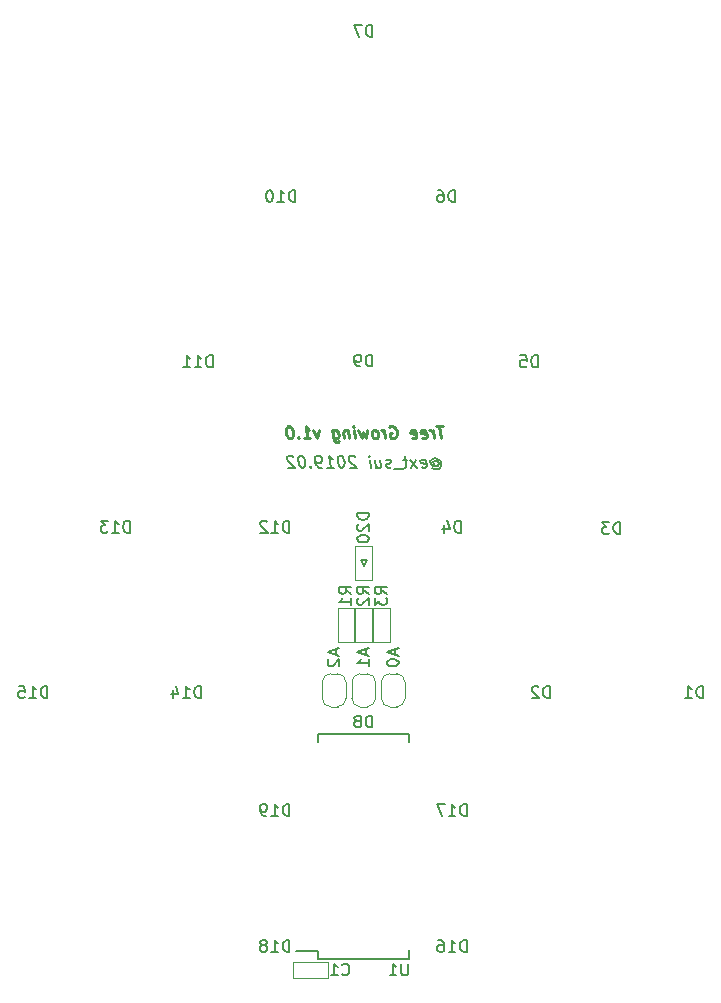
<source format=gbo>
G04 #@! TF.GenerationSoftware,KiCad,Pcbnew,(5.0.2)-1*
G04 #@! TF.CreationDate,2020-04-04T16:43:38+09:00*
G04 #@! TF.ProjectId,Tree,54726565-2e6b-4696-9361-645f70636258,rev?*
G04 #@! TF.SameCoordinates,Original*
G04 #@! TF.FileFunction,Legend,Bot*
G04 #@! TF.FilePolarity,Positive*
%FSLAX46Y46*%
G04 Gerber Fmt 4.6, Leading zero omitted, Abs format (unit mm)*
G04 Created by KiCad (PCBNEW (5.0.2)-1) date 2020/04/04 16:43:38*
%MOMM*%
%LPD*%
G01*
G04 APERTURE LIST*
%ADD10C,0.200000*%
%ADD11C,0.250000*%
%ADD12C,0.150000*%
%ADD13C,0.120000*%
G04 APERTURE END LIST*
D10*
X135901666Y-98976190D02*
X135943333Y-98928571D01*
X136032619Y-98880952D01*
X136127857Y-98880952D01*
X136229047Y-98928571D01*
X136282619Y-98976190D01*
X136342142Y-99071428D01*
X136354047Y-99166666D01*
X136318333Y-99261904D01*
X136276666Y-99309523D01*
X136187380Y-99357142D01*
X136092142Y-99357142D01*
X135990952Y-99309523D01*
X135937380Y-99261904D01*
X135889761Y-98880952D02*
X135937380Y-99261904D01*
X135895714Y-99309523D01*
X135848095Y-99309523D01*
X135746904Y-99261904D01*
X135687380Y-99166666D01*
X135657619Y-98928571D01*
X135735000Y-98785714D01*
X135865952Y-98690476D01*
X136050476Y-98642857D01*
X136246904Y-98690476D01*
X136401666Y-98785714D01*
X136514761Y-98928571D01*
X136586190Y-99119047D01*
X136562380Y-99309523D01*
X136485000Y-99452380D01*
X136354047Y-99547619D01*
X136169523Y-99595238D01*
X135973095Y-99547619D01*
X135818333Y-99452380D01*
X134907619Y-99404761D02*
X135008809Y-99452380D01*
X135199285Y-99452380D01*
X135288571Y-99404761D01*
X135324285Y-99309523D01*
X135276666Y-98928571D01*
X135217142Y-98833333D01*
X135115952Y-98785714D01*
X134925476Y-98785714D01*
X134836190Y-98833333D01*
X134800476Y-98928571D01*
X134812380Y-99023809D01*
X135300476Y-99119047D01*
X134532619Y-99452380D02*
X133925476Y-98785714D01*
X134449285Y-98785714D02*
X134008809Y-99452380D01*
X133687380Y-98785714D02*
X133306428Y-98785714D01*
X133502857Y-98452380D02*
X133610000Y-99309523D01*
X133574285Y-99404761D01*
X133485000Y-99452380D01*
X133389761Y-99452380D01*
X133306428Y-99547619D02*
X132544523Y-99547619D01*
X132336190Y-99404761D02*
X132246904Y-99452380D01*
X132056428Y-99452380D01*
X131955238Y-99404761D01*
X131895714Y-99309523D01*
X131889761Y-99261904D01*
X131925476Y-99166666D01*
X132014761Y-99119047D01*
X132157619Y-99119047D01*
X132246904Y-99071428D01*
X132282619Y-98976190D01*
X132276666Y-98928571D01*
X132217142Y-98833333D01*
X132115952Y-98785714D01*
X131973095Y-98785714D01*
X131883809Y-98833333D01*
X130973095Y-98785714D02*
X131056428Y-99452380D01*
X131401666Y-98785714D02*
X131467142Y-99309523D01*
X131431428Y-99404761D01*
X131342142Y-99452380D01*
X131199285Y-99452380D01*
X131098095Y-99404761D01*
X131044523Y-99357142D01*
X130580238Y-99452380D02*
X130496904Y-98785714D01*
X130455238Y-98452380D02*
X130508809Y-98500000D01*
X130467142Y-98547619D01*
X130413571Y-98500000D01*
X130455238Y-98452380D01*
X130467142Y-98547619D01*
X129276666Y-98547619D02*
X129223095Y-98500000D01*
X129121904Y-98452380D01*
X128883809Y-98452380D01*
X128794523Y-98500000D01*
X128752857Y-98547619D01*
X128717142Y-98642857D01*
X128729047Y-98738095D01*
X128794523Y-98880952D01*
X129437380Y-99452380D01*
X128818333Y-99452380D01*
X128074285Y-98452380D02*
X127979047Y-98452380D01*
X127889761Y-98500000D01*
X127848095Y-98547619D01*
X127812380Y-98642857D01*
X127788571Y-98833333D01*
X127818333Y-99071428D01*
X127889761Y-99261904D01*
X127949285Y-99357142D01*
X128002857Y-99404761D01*
X128104047Y-99452380D01*
X128199285Y-99452380D01*
X128288571Y-99404761D01*
X128330238Y-99357142D01*
X128365952Y-99261904D01*
X128389761Y-99071428D01*
X128360000Y-98833333D01*
X128288571Y-98642857D01*
X128229047Y-98547619D01*
X128175476Y-98500000D01*
X128074285Y-98452380D01*
X126913571Y-99452380D02*
X127485000Y-99452380D01*
X127199285Y-99452380D02*
X127074285Y-98452380D01*
X127187380Y-98595238D01*
X127294523Y-98690476D01*
X127395714Y-98738095D01*
X126437380Y-99452380D02*
X126246904Y-99452380D01*
X126145714Y-99404761D01*
X126092142Y-99357142D01*
X125979047Y-99214285D01*
X125907619Y-99023809D01*
X125860000Y-98642857D01*
X125895714Y-98547619D01*
X125937380Y-98500000D01*
X126026666Y-98452380D01*
X126217142Y-98452380D01*
X126318333Y-98500000D01*
X126371904Y-98547619D01*
X126431428Y-98642857D01*
X126461190Y-98880952D01*
X126425476Y-98976190D01*
X126383809Y-99023809D01*
X126294523Y-99071428D01*
X126104047Y-99071428D01*
X126002857Y-99023809D01*
X125949285Y-98976190D01*
X125889761Y-98880952D01*
X125520714Y-99357142D02*
X125479047Y-99404761D01*
X125532619Y-99452380D01*
X125574285Y-99404761D01*
X125520714Y-99357142D01*
X125532619Y-99452380D01*
X124740952Y-98452380D02*
X124645714Y-98452380D01*
X124556428Y-98500000D01*
X124514761Y-98547619D01*
X124479047Y-98642857D01*
X124455238Y-98833333D01*
X124485000Y-99071428D01*
X124556428Y-99261904D01*
X124615952Y-99357142D01*
X124669523Y-99404761D01*
X124770714Y-99452380D01*
X124865952Y-99452380D01*
X124955238Y-99404761D01*
X124996904Y-99357142D01*
X125032619Y-99261904D01*
X125056428Y-99071428D01*
X125026666Y-98833333D01*
X124955238Y-98642857D01*
X124895714Y-98547619D01*
X124842142Y-98500000D01*
X124740952Y-98452380D01*
X124038571Y-98547619D02*
X123985000Y-98500000D01*
X123883809Y-98452380D01*
X123645714Y-98452380D01*
X123556428Y-98500000D01*
X123514761Y-98547619D01*
X123479047Y-98642857D01*
X123490952Y-98738095D01*
X123556428Y-98880952D01*
X124199285Y-99452380D01*
X123580238Y-99452380D01*
D11*
X136697395Y-95952380D02*
X136125967Y-95952380D01*
X136536681Y-96952380D02*
X136411681Y-95952380D01*
X135917633Y-96952380D02*
X135834300Y-96285714D01*
X135858110Y-96476190D02*
X135798586Y-96380952D01*
X135745014Y-96333333D01*
X135643824Y-96285714D01*
X135548586Y-96285714D01*
X134911681Y-96904761D02*
X135012872Y-96952380D01*
X135203348Y-96952380D01*
X135292633Y-96904761D01*
X135328348Y-96809523D01*
X135280729Y-96428571D01*
X135221205Y-96333333D01*
X135120014Y-96285714D01*
X134929538Y-96285714D01*
X134840252Y-96333333D01*
X134804538Y-96428571D01*
X134816443Y-96523809D01*
X135304538Y-96619047D01*
X134054538Y-96904761D02*
X134155729Y-96952380D01*
X134346205Y-96952380D01*
X134435491Y-96904761D01*
X134471205Y-96809523D01*
X134423586Y-96428571D01*
X134364062Y-96333333D01*
X134262872Y-96285714D01*
X134072395Y-96285714D01*
X133983110Y-96333333D01*
X133947395Y-96428571D01*
X133959300Y-96523809D01*
X134447395Y-96619047D01*
X132179538Y-96000000D02*
X132268824Y-95952380D01*
X132411681Y-95952380D01*
X132560491Y-96000000D01*
X132667633Y-96095238D01*
X132727157Y-96190476D01*
X132798586Y-96380952D01*
X132816443Y-96523809D01*
X132792633Y-96714285D01*
X132756919Y-96809523D01*
X132673586Y-96904761D01*
X132536681Y-96952380D01*
X132441443Y-96952380D01*
X132292633Y-96904761D01*
X132239062Y-96857142D01*
X132197395Y-96523809D01*
X132387872Y-96523809D01*
X131822395Y-96952380D02*
X131739062Y-96285714D01*
X131762872Y-96476190D02*
X131703348Y-96380952D01*
X131649776Y-96333333D01*
X131548586Y-96285714D01*
X131453348Y-96285714D01*
X131060491Y-96952380D02*
X131149776Y-96904761D01*
X131191443Y-96857142D01*
X131227157Y-96761904D01*
X131191443Y-96476190D01*
X131131919Y-96380952D01*
X131078348Y-96333333D01*
X130977157Y-96285714D01*
X130834300Y-96285714D01*
X130745014Y-96333333D01*
X130703348Y-96380952D01*
X130667633Y-96476190D01*
X130703348Y-96761904D01*
X130762872Y-96857142D01*
X130816443Y-96904761D01*
X130917633Y-96952380D01*
X131060491Y-96952380D01*
X130310491Y-96285714D02*
X130203348Y-96952380D01*
X129953348Y-96476190D01*
X129822395Y-96952380D01*
X129548586Y-96285714D01*
X129250967Y-96952380D02*
X129167633Y-96285714D01*
X129125967Y-95952380D02*
X129179538Y-96000000D01*
X129137872Y-96047619D01*
X129084300Y-96000000D01*
X129125967Y-95952380D01*
X129137872Y-96047619D01*
X128691443Y-96285714D02*
X128774776Y-96952380D01*
X128703348Y-96380952D02*
X128649776Y-96333333D01*
X128548586Y-96285714D01*
X128405729Y-96285714D01*
X128316443Y-96333333D01*
X128280729Y-96428571D01*
X128346205Y-96952380D01*
X127358110Y-96285714D02*
X127459300Y-97095238D01*
X127518824Y-97190476D01*
X127572395Y-97238095D01*
X127673586Y-97285714D01*
X127816443Y-97285714D01*
X127905729Y-97238095D01*
X127435491Y-96904761D02*
X127536681Y-96952380D01*
X127727157Y-96952380D01*
X127816443Y-96904761D01*
X127858110Y-96857142D01*
X127893824Y-96761904D01*
X127858110Y-96476190D01*
X127798586Y-96380952D01*
X127745014Y-96333333D01*
X127643824Y-96285714D01*
X127453348Y-96285714D01*
X127364062Y-96333333D01*
X126215252Y-96285714D02*
X126060491Y-96952380D01*
X125739062Y-96285714D01*
X124917633Y-96952380D02*
X125489062Y-96952380D01*
X125203348Y-96952380D02*
X125078348Y-95952380D01*
X125191443Y-96095238D01*
X125298586Y-96190476D01*
X125399776Y-96238095D01*
X124477157Y-96857142D02*
X124435491Y-96904761D01*
X124489062Y-96952380D01*
X124530729Y-96904761D01*
X124477157Y-96857142D01*
X124489062Y-96952380D01*
X123697395Y-95952380D02*
X123602157Y-95952380D01*
X123512872Y-96000000D01*
X123471205Y-96047619D01*
X123435491Y-96142857D01*
X123411681Y-96333333D01*
X123441443Y-96571428D01*
X123512872Y-96761904D01*
X123572395Y-96857142D01*
X123625967Y-96904761D01*
X123727157Y-96952380D01*
X123822395Y-96952380D01*
X123911681Y-96904761D01*
X123953348Y-96857142D01*
X123989062Y-96761904D01*
X124012872Y-96571428D01*
X123983110Y-96333333D01*
X123911681Y-96142857D01*
X123852157Y-96047619D01*
X123798586Y-96000000D01*
X123697395Y-95952380D01*
D12*
G04 #@! TO.C,U1*
X126125000Y-141025000D02*
X126125000Y-140375000D01*
X133875000Y-141025000D02*
X133875000Y-140280000D01*
X133875000Y-121975000D02*
X133875000Y-122720000D01*
X126125000Y-121975000D02*
X126125000Y-122720000D01*
X126125000Y-141025000D02*
X133875000Y-141025000D01*
X126125000Y-121975000D02*
X133875000Y-121975000D01*
X126125000Y-140375000D02*
X124300000Y-140375000D01*
D13*
G04 #@! TO.C,JP3*
X131500000Y-119000000D02*
G75*
G03X132200000Y-119700000I700000J0D01*
G01*
X132800000Y-119700000D02*
G75*
G03X133500000Y-119000000I0J700000D01*
G01*
X133500000Y-117600000D02*
G75*
G03X132800000Y-116900000I-700000J0D01*
G01*
X132200000Y-116900000D02*
G75*
G03X131500000Y-117600000I0J-700000D01*
G01*
X132800000Y-116900000D02*
X132200000Y-116900000D01*
X133500000Y-119000000D02*
X133500000Y-117600000D01*
X132200000Y-119700000D02*
X132800000Y-119700000D01*
X131500000Y-117600000D02*
X131500000Y-119000000D01*
G04 #@! TO.C,C1*
X126950000Y-141300000D02*
X126950000Y-142700000D01*
X124050000Y-141300000D02*
X124050000Y-142700000D01*
X124050000Y-142700000D02*
X126950000Y-142700000D01*
X126950000Y-141300000D02*
X124050000Y-141300000D01*
G04 #@! TO.C,JP1*
X126500000Y-119000000D02*
G75*
G03X127200000Y-119700000I700000J0D01*
G01*
X127800000Y-119700000D02*
G75*
G03X128500000Y-119000000I0J700000D01*
G01*
X128500000Y-117600000D02*
G75*
G03X127800000Y-116900000I-700000J0D01*
G01*
X127200000Y-116900000D02*
G75*
G03X126500000Y-117600000I0J-700000D01*
G01*
X127800000Y-116900000D02*
X127200000Y-116900000D01*
X128500000Y-119000000D02*
X128500000Y-117600000D01*
X127200000Y-119700000D02*
X127800000Y-119700000D01*
X126500000Y-117600000D02*
X126500000Y-119000000D01*
G04 #@! TO.C,JP2*
X129000000Y-117600000D02*
X129000000Y-119000000D01*
X129700000Y-119700000D02*
X130300000Y-119700000D01*
X131000000Y-119000000D02*
X131000000Y-117600000D01*
X130300000Y-116900000D02*
X129700000Y-116900000D01*
X129700000Y-116900000D02*
G75*
G03X129000000Y-117600000I0J-700000D01*
G01*
X131000000Y-117600000D02*
G75*
G03X130300000Y-116900000I-700000J0D01*
G01*
X130300000Y-119700000D02*
G75*
G03X131000000Y-119000000I0J700000D01*
G01*
X129000000Y-119000000D02*
G75*
G03X129700000Y-119700000I700000J0D01*
G01*
G04 #@! TO.C,R1*
X129200000Y-114250000D02*
X127800000Y-114250000D01*
X129200000Y-111350000D02*
X127800000Y-111350000D01*
X127800000Y-111350000D02*
X127800000Y-114250000D01*
X129200000Y-114250000D02*
X129200000Y-111350000D01*
G04 #@! TO.C,R2*
X130700000Y-114250000D02*
X130700000Y-111350000D01*
X129300000Y-111350000D02*
X129300000Y-114250000D01*
X130700000Y-111350000D02*
X129300000Y-111350000D01*
X130700000Y-114250000D02*
X129300000Y-114250000D01*
G04 #@! TO.C,R3*
X132200000Y-114250000D02*
X130800000Y-114250000D01*
X132200000Y-111350000D02*
X130800000Y-111350000D01*
X130800000Y-111350000D02*
X130800000Y-114250000D01*
X132200000Y-114250000D02*
X132200000Y-111350000D01*
D12*
G04 #@! TO.C,D20*
X130000000Y-107750000D02*
X129750000Y-107250000D01*
X130000000Y-107750000D02*
X130250000Y-107250000D01*
X130250000Y-107250000D02*
X129750000Y-107250000D01*
D13*
X130700000Y-108950000D02*
X130700000Y-106050000D01*
X129300000Y-106050000D02*
X129300000Y-108950000D01*
X130700000Y-106050000D02*
X129300000Y-106050000D01*
X130700000Y-108950000D02*
X129300000Y-108950000D01*
G04 #@! TO.C,U1*
D12*
X133761904Y-141452380D02*
X133761904Y-142261904D01*
X133714285Y-142357142D01*
X133666666Y-142404761D01*
X133571428Y-142452380D01*
X133380952Y-142452380D01*
X133285714Y-142404761D01*
X133238095Y-142357142D01*
X133190476Y-142261904D01*
X133190476Y-141452380D01*
X132190476Y-142452380D02*
X132761904Y-142452380D01*
X132476190Y-142452380D02*
X132476190Y-141452380D01*
X132571428Y-141595238D01*
X132666666Y-141690476D01*
X132761904Y-141738095D01*
G04 #@! TO.C,JP3*
X132666666Y-114835714D02*
X132666666Y-115311904D01*
X132952380Y-114740476D02*
X131952380Y-115073809D01*
X132952380Y-115407142D01*
X131952380Y-115930952D02*
X131952380Y-116026190D01*
X132000000Y-116121428D01*
X132047619Y-116169047D01*
X132142857Y-116216666D01*
X132333333Y-116264285D01*
X132571428Y-116264285D01*
X132761904Y-116216666D01*
X132857142Y-116169047D01*
X132904761Y-116121428D01*
X132952380Y-116026190D01*
X132952380Y-115930952D01*
X132904761Y-115835714D01*
X132857142Y-115788095D01*
X132761904Y-115740476D01*
X132571428Y-115692857D01*
X132333333Y-115692857D01*
X132142857Y-115740476D01*
X132047619Y-115788095D01*
X132000000Y-115835714D01*
X131952380Y-115930952D01*
G04 #@! TO.C,D2*
X145738095Y-118952380D02*
X145738095Y-117952380D01*
X145500000Y-117952380D01*
X145357142Y-118000000D01*
X145261904Y-118095238D01*
X145214285Y-118190476D01*
X145166666Y-118380952D01*
X145166666Y-118523809D01*
X145214285Y-118714285D01*
X145261904Y-118809523D01*
X145357142Y-118904761D01*
X145500000Y-118952380D01*
X145738095Y-118952380D01*
X144785714Y-118047619D02*
X144738095Y-118000000D01*
X144642857Y-117952380D01*
X144404761Y-117952380D01*
X144309523Y-118000000D01*
X144261904Y-118047619D01*
X144214285Y-118142857D01*
X144214285Y-118238095D01*
X144261904Y-118380952D01*
X144833333Y-118952380D01*
X144214285Y-118952380D01*
G04 #@! TO.C,C1*
X128166666Y-142357142D02*
X128214285Y-142404761D01*
X128357142Y-142452380D01*
X128452380Y-142452380D01*
X128595238Y-142404761D01*
X128690476Y-142309523D01*
X128738095Y-142214285D01*
X128785714Y-142023809D01*
X128785714Y-141880952D01*
X128738095Y-141690476D01*
X128690476Y-141595238D01*
X128595238Y-141500000D01*
X128452380Y-141452380D01*
X128357142Y-141452380D01*
X128214285Y-141500000D01*
X128166666Y-141547619D01*
X127214285Y-142452380D02*
X127785714Y-142452380D01*
X127500000Y-142452380D02*
X127500000Y-141452380D01*
X127595238Y-141595238D01*
X127690476Y-141690476D01*
X127785714Y-141738095D01*
G04 #@! TO.C,JP1*
X127666666Y-114835714D02*
X127666666Y-115311904D01*
X127952380Y-114740476D02*
X126952380Y-115073809D01*
X127952380Y-115407142D01*
X127047619Y-115692857D02*
X127000000Y-115740476D01*
X126952380Y-115835714D01*
X126952380Y-116073809D01*
X127000000Y-116169047D01*
X127047619Y-116216666D01*
X127142857Y-116264285D01*
X127238095Y-116264285D01*
X127380952Y-116216666D01*
X127952380Y-115645238D01*
X127952380Y-116264285D01*
G04 #@! TO.C,JP2*
X130166666Y-114835714D02*
X130166666Y-115311904D01*
X130452380Y-114740476D02*
X129452380Y-115073809D01*
X130452380Y-115407142D01*
X130452380Y-116264285D02*
X130452380Y-115692857D01*
X130452380Y-115978571D02*
X129452380Y-115978571D01*
X129595238Y-115883333D01*
X129690476Y-115788095D01*
X129738095Y-115692857D01*
G04 #@! TO.C,R1*
X128952380Y-110133333D02*
X128476190Y-109800000D01*
X128952380Y-109561904D02*
X127952380Y-109561904D01*
X127952380Y-109942857D01*
X128000000Y-110038095D01*
X128047619Y-110085714D01*
X128142857Y-110133333D01*
X128285714Y-110133333D01*
X128380952Y-110085714D01*
X128428571Y-110038095D01*
X128476190Y-109942857D01*
X128476190Y-109561904D01*
X128952380Y-111085714D02*
X128952380Y-110514285D01*
X128952380Y-110800000D02*
X127952380Y-110800000D01*
X128095238Y-110704761D01*
X128190476Y-110609523D01*
X128238095Y-110514285D01*
G04 #@! TO.C,R2*
X130452380Y-110133333D02*
X129976190Y-109800000D01*
X130452380Y-109561904D02*
X129452380Y-109561904D01*
X129452380Y-109942857D01*
X129500000Y-110038095D01*
X129547619Y-110085714D01*
X129642857Y-110133333D01*
X129785714Y-110133333D01*
X129880952Y-110085714D01*
X129928571Y-110038095D01*
X129976190Y-109942857D01*
X129976190Y-109561904D01*
X129547619Y-110514285D02*
X129500000Y-110561904D01*
X129452380Y-110657142D01*
X129452380Y-110895238D01*
X129500000Y-110990476D01*
X129547619Y-111038095D01*
X129642857Y-111085714D01*
X129738095Y-111085714D01*
X129880952Y-111038095D01*
X130452380Y-110466666D01*
X130452380Y-111085714D01*
G04 #@! TO.C,R3*
X131952380Y-110133333D02*
X131476190Y-109800000D01*
X131952380Y-109561904D02*
X130952380Y-109561904D01*
X130952380Y-109942857D01*
X131000000Y-110038095D01*
X131047619Y-110085714D01*
X131142857Y-110133333D01*
X131285714Y-110133333D01*
X131380952Y-110085714D01*
X131428571Y-110038095D01*
X131476190Y-109942857D01*
X131476190Y-109561904D01*
X130952380Y-110466666D02*
X130952380Y-111085714D01*
X131333333Y-110752380D01*
X131333333Y-110895238D01*
X131380952Y-110990476D01*
X131428571Y-111038095D01*
X131523809Y-111085714D01*
X131761904Y-111085714D01*
X131857142Y-111038095D01*
X131904761Y-110990476D01*
X131952380Y-110895238D01*
X131952380Y-110609523D01*
X131904761Y-110514285D01*
X131857142Y-110466666D01*
G04 #@! TO.C,D1*
X158738095Y-118952380D02*
X158738095Y-117952380D01*
X158500000Y-117952380D01*
X158357142Y-118000000D01*
X158261904Y-118095238D01*
X158214285Y-118190476D01*
X158166666Y-118380952D01*
X158166666Y-118523809D01*
X158214285Y-118714285D01*
X158261904Y-118809523D01*
X158357142Y-118904761D01*
X158500000Y-118952380D01*
X158738095Y-118952380D01*
X157214285Y-118952380D02*
X157785714Y-118952380D01*
X157500000Y-118952380D02*
X157500000Y-117952380D01*
X157595238Y-118095238D01*
X157690476Y-118190476D01*
X157785714Y-118238095D01*
G04 #@! TO.C,D3*
X151713831Y-105069537D02*
X151713831Y-104069537D01*
X151475736Y-104069537D01*
X151332878Y-104117157D01*
X151237640Y-104212395D01*
X151190021Y-104307633D01*
X151142402Y-104498109D01*
X151142402Y-104640966D01*
X151190021Y-104831442D01*
X151237640Y-104926680D01*
X151332878Y-105021918D01*
X151475736Y-105069537D01*
X151713831Y-105069537D01*
X150809069Y-104069537D02*
X150190021Y-104069537D01*
X150523355Y-104450490D01*
X150380497Y-104450490D01*
X150285259Y-104498109D01*
X150237640Y-104545728D01*
X150190021Y-104640966D01*
X150190021Y-104879061D01*
X150237640Y-104974299D01*
X150285259Y-105021918D01*
X150380497Y-105069537D01*
X150666212Y-105069537D01*
X150761450Y-105021918D01*
X150809069Y-104974299D01*
G04 #@! TO.C,D4*
X138238095Y-104952380D02*
X138238095Y-103952380D01*
X138000000Y-103952380D01*
X137857142Y-104000000D01*
X137761904Y-104095238D01*
X137714285Y-104190476D01*
X137666666Y-104380952D01*
X137666666Y-104523809D01*
X137714285Y-104714285D01*
X137761904Y-104809523D01*
X137857142Y-104904761D01*
X138000000Y-104952380D01*
X138238095Y-104952380D01*
X136809523Y-104285714D02*
X136809523Y-104952380D01*
X137047619Y-103904761D02*
X137285714Y-104619047D01*
X136666666Y-104619047D01*
G04 #@! TO.C,D5*
X144738095Y-90952380D02*
X144738095Y-89952380D01*
X144500000Y-89952380D01*
X144357142Y-90000000D01*
X144261904Y-90095238D01*
X144214285Y-90190476D01*
X144166666Y-90380952D01*
X144166666Y-90523809D01*
X144214285Y-90714285D01*
X144261904Y-90809523D01*
X144357142Y-90904761D01*
X144500000Y-90952380D01*
X144738095Y-90952380D01*
X143261904Y-89952380D02*
X143738095Y-89952380D01*
X143785714Y-90428571D01*
X143738095Y-90380952D01*
X143642857Y-90333333D01*
X143404761Y-90333333D01*
X143309523Y-90380952D01*
X143261904Y-90428571D01*
X143214285Y-90523809D01*
X143214285Y-90761904D01*
X143261904Y-90857142D01*
X143309523Y-90904761D01*
X143404761Y-90952380D01*
X143642857Y-90952380D01*
X143738095Y-90904761D01*
X143785714Y-90857142D01*
G04 #@! TO.C,D8*
X130738095Y-121452380D02*
X130738095Y-120452380D01*
X130500000Y-120452380D01*
X130357142Y-120500000D01*
X130261904Y-120595238D01*
X130214285Y-120690476D01*
X130166666Y-120880952D01*
X130166666Y-121023809D01*
X130214285Y-121214285D01*
X130261904Y-121309523D01*
X130357142Y-121404761D01*
X130500000Y-121452380D01*
X130738095Y-121452380D01*
X129595238Y-120880952D02*
X129690476Y-120833333D01*
X129738095Y-120785714D01*
X129785714Y-120690476D01*
X129785714Y-120642857D01*
X129738095Y-120547619D01*
X129690476Y-120500000D01*
X129595238Y-120452380D01*
X129404761Y-120452380D01*
X129309523Y-120500000D01*
X129261904Y-120547619D01*
X129214285Y-120642857D01*
X129214285Y-120690476D01*
X129261904Y-120785714D01*
X129309523Y-120833333D01*
X129404761Y-120880952D01*
X129595238Y-120880952D01*
X129690476Y-120928571D01*
X129738095Y-120976190D01*
X129785714Y-121071428D01*
X129785714Y-121261904D01*
X129738095Y-121357142D01*
X129690476Y-121404761D01*
X129595238Y-121452380D01*
X129404761Y-121452380D01*
X129309523Y-121404761D01*
X129261904Y-121357142D01*
X129214285Y-121261904D01*
X129214285Y-121071428D01*
X129261904Y-120976190D01*
X129309523Y-120928571D01*
X129404761Y-120880952D01*
G04 #@! TO.C,D9*
X130738095Y-90881669D02*
X130738095Y-89881669D01*
X130500000Y-89881669D01*
X130357142Y-89929289D01*
X130261904Y-90024527D01*
X130214285Y-90119765D01*
X130166666Y-90310241D01*
X130166666Y-90453098D01*
X130214285Y-90643574D01*
X130261904Y-90738812D01*
X130357142Y-90834050D01*
X130500000Y-90881669D01*
X130738095Y-90881669D01*
X129690476Y-90881669D02*
X129500000Y-90881669D01*
X129404761Y-90834050D01*
X129357142Y-90786431D01*
X129261904Y-90643574D01*
X129214285Y-90453098D01*
X129214285Y-90072146D01*
X129261904Y-89976908D01*
X129309523Y-89929289D01*
X129404761Y-89881669D01*
X129595238Y-89881669D01*
X129690476Y-89929289D01*
X129738095Y-89976908D01*
X129785714Y-90072146D01*
X129785714Y-90310241D01*
X129738095Y-90405479D01*
X129690476Y-90453098D01*
X129595238Y-90500717D01*
X129404761Y-90500717D01*
X129309523Y-90453098D01*
X129261904Y-90405479D01*
X129214285Y-90310241D01*
G04 #@! TO.C,D11*
X117214285Y-90952380D02*
X117214285Y-89952380D01*
X116976190Y-89952380D01*
X116833333Y-90000000D01*
X116738095Y-90095238D01*
X116690476Y-90190476D01*
X116642857Y-90380952D01*
X116642857Y-90523809D01*
X116690476Y-90714285D01*
X116738095Y-90809523D01*
X116833333Y-90904761D01*
X116976190Y-90952380D01*
X117214285Y-90952380D01*
X115690476Y-90952380D02*
X116261904Y-90952380D01*
X115976190Y-90952380D02*
X115976190Y-89952380D01*
X116071428Y-90095238D01*
X116166666Y-90190476D01*
X116261904Y-90238095D01*
X114738095Y-90952380D02*
X115309523Y-90952380D01*
X115023809Y-90952380D02*
X115023809Y-89952380D01*
X115119047Y-90095238D01*
X115214285Y-90190476D01*
X115309523Y-90238095D01*
G04 #@! TO.C,D6*
X137738095Y-76952380D02*
X137738095Y-75952380D01*
X137500000Y-75952380D01*
X137357142Y-76000000D01*
X137261904Y-76095238D01*
X137214285Y-76190476D01*
X137166666Y-76380952D01*
X137166666Y-76523809D01*
X137214285Y-76714285D01*
X137261904Y-76809523D01*
X137357142Y-76904761D01*
X137500000Y-76952380D01*
X137738095Y-76952380D01*
X136309523Y-75952380D02*
X136500000Y-75952380D01*
X136595238Y-76000000D01*
X136642857Y-76047619D01*
X136738095Y-76190476D01*
X136785714Y-76380952D01*
X136785714Y-76761904D01*
X136738095Y-76857142D01*
X136690476Y-76904761D01*
X136595238Y-76952380D01*
X136404761Y-76952380D01*
X136309523Y-76904761D01*
X136261904Y-76857142D01*
X136214285Y-76761904D01*
X136214285Y-76523809D01*
X136261904Y-76428571D01*
X136309523Y-76380952D01*
X136404761Y-76333333D01*
X136595238Y-76333333D01*
X136690476Y-76380952D01*
X136738095Y-76428571D01*
X136785714Y-76523809D01*
G04 #@! TO.C,D13*
X110214285Y-104952380D02*
X110214285Y-103952380D01*
X109976190Y-103952380D01*
X109833333Y-104000000D01*
X109738095Y-104095238D01*
X109690476Y-104190476D01*
X109642857Y-104380952D01*
X109642857Y-104523809D01*
X109690476Y-104714285D01*
X109738095Y-104809523D01*
X109833333Y-104904761D01*
X109976190Y-104952380D01*
X110214285Y-104952380D01*
X108690476Y-104952380D02*
X109261904Y-104952380D01*
X108976190Y-104952380D02*
X108976190Y-103952380D01*
X109071428Y-104095238D01*
X109166666Y-104190476D01*
X109261904Y-104238095D01*
X108357142Y-103952380D02*
X107738095Y-103952380D01*
X108071428Y-104333333D01*
X107928571Y-104333333D01*
X107833333Y-104380952D01*
X107785714Y-104428571D01*
X107738095Y-104523809D01*
X107738095Y-104761904D01*
X107785714Y-104857142D01*
X107833333Y-104904761D01*
X107928571Y-104952380D01*
X108214285Y-104952380D01*
X108309523Y-104904761D01*
X108357142Y-104857142D01*
G04 #@! TO.C,D14*
X116214285Y-118952380D02*
X116214285Y-117952380D01*
X115976190Y-117952380D01*
X115833333Y-118000000D01*
X115738095Y-118095238D01*
X115690476Y-118190476D01*
X115642857Y-118380952D01*
X115642857Y-118523809D01*
X115690476Y-118714285D01*
X115738095Y-118809523D01*
X115833333Y-118904761D01*
X115976190Y-118952380D01*
X116214285Y-118952380D01*
X114690476Y-118952380D02*
X115261904Y-118952380D01*
X114976190Y-118952380D02*
X114976190Y-117952380D01*
X115071428Y-118095238D01*
X115166666Y-118190476D01*
X115261904Y-118238095D01*
X113833333Y-118285714D02*
X113833333Y-118952380D01*
X114071428Y-117904761D02*
X114309523Y-118619047D01*
X113690476Y-118619047D01*
G04 #@! TO.C,D15*
X103214285Y-118952380D02*
X103214285Y-117952380D01*
X102976190Y-117952380D01*
X102833333Y-118000000D01*
X102738095Y-118095238D01*
X102690476Y-118190476D01*
X102642857Y-118380952D01*
X102642857Y-118523809D01*
X102690476Y-118714285D01*
X102738095Y-118809523D01*
X102833333Y-118904761D01*
X102976190Y-118952380D01*
X103214285Y-118952380D01*
X101690476Y-118952380D02*
X102261904Y-118952380D01*
X101976190Y-118952380D02*
X101976190Y-117952380D01*
X102071428Y-118095238D01*
X102166666Y-118190476D01*
X102261904Y-118238095D01*
X100785714Y-117952380D02*
X101261904Y-117952380D01*
X101309523Y-118428571D01*
X101261904Y-118380952D01*
X101166666Y-118333333D01*
X100928571Y-118333333D01*
X100833333Y-118380952D01*
X100785714Y-118428571D01*
X100738095Y-118523809D01*
X100738095Y-118761904D01*
X100785714Y-118857142D01*
X100833333Y-118904761D01*
X100928571Y-118952380D01*
X101166666Y-118952380D01*
X101261904Y-118904761D01*
X101309523Y-118857142D01*
G04 #@! TO.C,D16*
X138714285Y-140452380D02*
X138714285Y-139452380D01*
X138476190Y-139452380D01*
X138333333Y-139500000D01*
X138238095Y-139595238D01*
X138190476Y-139690476D01*
X138142857Y-139880952D01*
X138142857Y-140023809D01*
X138190476Y-140214285D01*
X138238095Y-140309523D01*
X138333333Y-140404761D01*
X138476190Y-140452380D01*
X138714285Y-140452380D01*
X137190476Y-140452380D02*
X137761904Y-140452380D01*
X137476190Y-140452380D02*
X137476190Y-139452380D01*
X137571428Y-139595238D01*
X137666666Y-139690476D01*
X137761904Y-139738095D01*
X136333333Y-139452380D02*
X136523809Y-139452380D01*
X136619047Y-139500000D01*
X136666666Y-139547619D01*
X136761904Y-139690476D01*
X136809523Y-139880952D01*
X136809523Y-140261904D01*
X136761904Y-140357142D01*
X136714285Y-140404761D01*
X136619047Y-140452380D01*
X136428571Y-140452380D01*
X136333333Y-140404761D01*
X136285714Y-140357142D01*
X136238095Y-140261904D01*
X136238095Y-140023809D01*
X136285714Y-139928571D01*
X136333333Y-139880952D01*
X136428571Y-139833333D01*
X136619047Y-139833333D01*
X136714285Y-139880952D01*
X136761904Y-139928571D01*
X136809523Y-140023809D01*
G04 #@! TO.C,D17*
X138714285Y-128952380D02*
X138714285Y-127952380D01*
X138476190Y-127952380D01*
X138333333Y-128000000D01*
X138238095Y-128095238D01*
X138190476Y-128190476D01*
X138142857Y-128380952D01*
X138142857Y-128523809D01*
X138190476Y-128714285D01*
X138238095Y-128809523D01*
X138333333Y-128904761D01*
X138476190Y-128952380D01*
X138714285Y-128952380D01*
X137190476Y-128952380D02*
X137761904Y-128952380D01*
X137476190Y-128952380D02*
X137476190Y-127952380D01*
X137571428Y-128095238D01*
X137666666Y-128190476D01*
X137761904Y-128238095D01*
X136857142Y-127952380D02*
X136190476Y-127952380D01*
X136619047Y-128952380D01*
G04 #@! TO.C,D18*
X123714285Y-140452380D02*
X123714285Y-139452380D01*
X123476190Y-139452380D01*
X123333333Y-139500000D01*
X123238095Y-139595238D01*
X123190476Y-139690476D01*
X123142857Y-139880952D01*
X123142857Y-140023809D01*
X123190476Y-140214285D01*
X123238095Y-140309523D01*
X123333333Y-140404761D01*
X123476190Y-140452380D01*
X123714285Y-140452380D01*
X122190476Y-140452380D02*
X122761904Y-140452380D01*
X122476190Y-140452380D02*
X122476190Y-139452380D01*
X122571428Y-139595238D01*
X122666666Y-139690476D01*
X122761904Y-139738095D01*
X121619047Y-139880952D02*
X121714285Y-139833333D01*
X121761904Y-139785714D01*
X121809523Y-139690476D01*
X121809523Y-139642857D01*
X121761904Y-139547619D01*
X121714285Y-139500000D01*
X121619047Y-139452380D01*
X121428571Y-139452380D01*
X121333333Y-139500000D01*
X121285714Y-139547619D01*
X121238095Y-139642857D01*
X121238095Y-139690476D01*
X121285714Y-139785714D01*
X121333333Y-139833333D01*
X121428571Y-139880952D01*
X121619047Y-139880952D01*
X121714285Y-139928571D01*
X121761904Y-139976190D01*
X121809523Y-140071428D01*
X121809523Y-140261904D01*
X121761904Y-140357142D01*
X121714285Y-140404761D01*
X121619047Y-140452380D01*
X121428571Y-140452380D01*
X121333333Y-140404761D01*
X121285714Y-140357142D01*
X121238095Y-140261904D01*
X121238095Y-140071428D01*
X121285714Y-139976190D01*
X121333333Y-139928571D01*
X121428571Y-139880952D01*
G04 #@! TO.C,D19*
X123714285Y-128952380D02*
X123714285Y-127952380D01*
X123476190Y-127952380D01*
X123333333Y-128000000D01*
X123238095Y-128095238D01*
X123190476Y-128190476D01*
X123142857Y-128380952D01*
X123142857Y-128523809D01*
X123190476Y-128714285D01*
X123238095Y-128809523D01*
X123333333Y-128904761D01*
X123476190Y-128952380D01*
X123714285Y-128952380D01*
X122190476Y-128952380D02*
X122761904Y-128952380D01*
X122476190Y-128952380D02*
X122476190Y-127952380D01*
X122571428Y-128095238D01*
X122666666Y-128190476D01*
X122761904Y-128238095D01*
X121714285Y-128952380D02*
X121523809Y-128952380D01*
X121428571Y-128904761D01*
X121380952Y-128857142D01*
X121285714Y-128714285D01*
X121238095Y-128523809D01*
X121238095Y-128142857D01*
X121285714Y-128047619D01*
X121333333Y-128000000D01*
X121428571Y-127952380D01*
X121619047Y-127952380D01*
X121714285Y-128000000D01*
X121761904Y-128047619D01*
X121809523Y-128142857D01*
X121809523Y-128380952D01*
X121761904Y-128476190D01*
X121714285Y-128523809D01*
X121619047Y-128571428D01*
X121428571Y-128571428D01*
X121333333Y-128523809D01*
X121285714Y-128476190D01*
X121238095Y-128380952D01*
G04 #@! TO.C,D20*
X130452380Y-103285714D02*
X129452380Y-103285714D01*
X129452380Y-103523809D01*
X129500000Y-103666666D01*
X129595238Y-103761904D01*
X129690476Y-103809523D01*
X129880952Y-103857142D01*
X130023809Y-103857142D01*
X130214285Y-103809523D01*
X130309523Y-103761904D01*
X130404761Y-103666666D01*
X130452380Y-103523809D01*
X130452380Y-103285714D01*
X129547619Y-104238095D02*
X129500000Y-104285714D01*
X129452380Y-104380952D01*
X129452380Y-104619047D01*
X129500000Y-104714285D01*
X129547619Y-104761904D01*
X129642857Y-104809523D01*
X129738095Y-104809523D01*
X129880952Y-104761904D01*
X130452380Y-104190476D01*
X130452380Y-104809523D01*
X129452380Y-105428571D02*
X129452380Y-105523809D01*
X129500000Y-105619047D01*
X129547619Y-105666666D01*
X129642857Y-105714285D01*
X129833333Y-105761904D01*
X130071428Y-105761904D01*
X130261904Y-105714285D01*
X130357142Y-105666666D01*
X130404761Y-105619047D01*
X130452380Y-105523809D01*
X130452380Y-105428571D01*
X130404761Y-105333333D01*
X130357142Y-105285714D01*
X130261904Y-105238095D01*
X130071428Y-105190476D01*
X129833333Y-105190476D01*
X129642857Y-105238095D01*
X129547619Y-105285714D01*
X129500000Y-105333333D01*
X129452380Y-105428571D01*
G04 #@! TO.C,D12*
X123714285Y-104952380D02*
X123714285Y-103952380D01*
X123476190Y-103952380D01*
X123333333Y-104000000D01*
X123238095Y-104095238D01*
X123190476Y-104190476D01*
X123142857Y-104380952D01*
X123142857Y-104523809D01*
X123190476Y-104714285D01*
X123238095Y-104809523D01*
X123333333Y-104904761D01*
X123476190Y-104952380D01*
X123714285Y-104952380D01*
X122190476Y-104952380D02*
X122761904Y-104952380D01*
X122476190Y-104952380D02*
X122476190Y-103952380D01*
X122571428Y-104095238D01*
X122666666Y-104190476D01*
X122761904Y-104238095D01*
X121809523Y-104047619D02*
X121761904Y-104000000D01*
X121666666Y-103952380D01*
X121428571Y-103952380D01*
X121333333Y-104000000D01*
X121285714Y-104047619D01*
X121238095Y-104142857D01*
X121238095Y-104238095D01*
X121285714Y-104380952D01*
X121857142Y-104952380D01*
X121238095Y-104952380D01*
G04 #@! TO.C,D7*
X130738095Y-62952380D02*
X130738095Y-61952380D01*
X130500000Y-61952380D01*
X130357142Y-62000000D01*
X130261904Y-62095238D01*
X130214285Y-62190476D01*
X130166666Y-62380952D01*
X130166666Y-62523809D01*
X130214285Y-62714285D01*
X130261904Y-62809523D01*
X130357142Y-62904761D01*
X130500000Y-62952380D01*
X130738095Y-62952380D01*
X129833333Y-61952380D02*
X129166666Y-61952380D01*
X129595238Y-62952380D01*
G04 #@! TO.C,D10*
X124214285Y-76952380D02*
X124214285Y-75952380D01*
X123976190Y-75952380D01*
X123833333Y-76000000D01*
X123738095Y-76095238D01*
X123690476Y-76190476D01*
X123642857Y-76380952D01*
X123642857Y-76523809D01*
X123690476Y-76714285D01*
X123738095Y-76809523D01*
X123833333Y-76904761D01*
X123976190Y-76952380D01*
X124214285Y-76952380D01*
X122690476Y-76952380D02*
X123261904Y-76952380D01*
X122976190Y-76952380D02*
X122976190Y-75952380D01*
X123071428Y-76095238D01*
X123166666Y-76190476D01*
X123261904Y-76238095D01*
X122071428Y-75952380D02*
X121976190Y-75952380D01*
X121880952Y-76000000D01*
X121833333Y-76047619D01*
X121785714Y-76142857D01*
X121738095Y-76333333D01*
X121738095Y-76571428D01*
X121785714Y-76761904D01*
X121833333Y-76857142D01*
X121880952Y-76904761D01*
X121976190Y-76952380D01*
X122071428Y-76952380D01*
X122166666Y-76904761D01*
X122214285Y-76857142D01*
X122261904Y-76761904D01*
X122309523Y-76571428D01*
X122309523Y-76333333D01*
X122261904Y-76142857D01*
X122214285Y-76047619D01*
X122166666Y-76000000D01*
X122071428Y-75952380D01*
G04 #@! TD*
M02*

</source>
